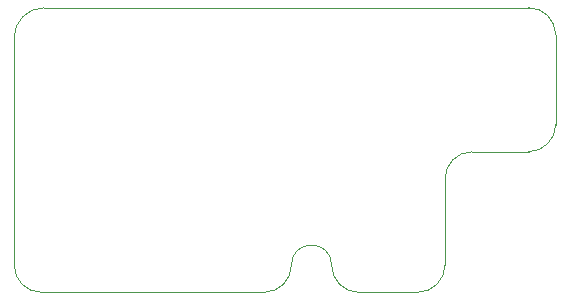
<source format=gbr>
%TF.GenerationSoftware,KiCad,Pcbnew,(6.99.0-4502-gf1556ed801-dirty)*%
%TF.CreationDate,2022-12-17T23:41:16-05:00*%
%TF.ProjectId,siox,73696f78-2e6b-4696-9361-645f70636258,rev?*%
%TF.SameCoordinates,Original*%
%TF.FileFunction,Profile,NP*%
%FSLAX46Y46*%
G04 Gerber Fmt 4.6, Leading zero omitted, Abs format (unit mm)*
G04 Created by KiCad (PCBNEW (6.99.0-4502-gf1556ed801-dirty)) date 2022-12-17 23:41:16*
%MOMM*%
%LPD*%
G01*
G04 APERTURE LIST*
%TA.AperFunction,Profile*%
%ADD10C,0.100000*%
%TD*%
G04 APERTURE END LIST*
D10*
X126900000Y-61500000D02*
G75*
G03*
X124600000Y-63800000I0J-2300000D01*
G01*
X133973654Y-51600000D02*
X133973654Y-59200000D01*
X131673654Y-61499954D02*
G75*
G03*
X133973654Y-59200000I46J2299954D01*
G01*
X131673654Y-61500000D02*
X126900000Y-61500000D01*
X124600000Y-63800000D02*
X124600000Y-71100000D01*
X133973700Y-51600000D02*
G75*
G03*
X131673654Y-49300000I-2300000J0D01*
G01*
X90626346Y-49326346D02*
X131673654Y-49300000D01*
X122300000Y-73400000D02*
G75*
G03*
X124600000Y-71100000I0J2300000D01*
G01*
X88126346Y-51826346D02*
X88126346Y-71100000D01*
X115000000Y-71100000D02*
G75*
G03*
X111600000Y-71100000I-1700000J0D01*
G01*
X109300000Y-73400000D02*
G75*
G03*
X111600000Y-71100000I0J2300000D01*
G01*
X115000000Y-71100000D02*
G75*
G03*
X117300000Y-73400000I2300000J0D01*
G01*
X122300000Y-73400000D02*
X117300000Y-73400000D01*
X90626346Y-49326346D02*
G75*
G03*
X88126346Y-51826346I-46J-2499954D01*
G01*
X88126300Y-71100000D02*
G75*
G03*
X90426346Y-73400000I2300000J0D01*
G01*
X109300000Y-73400000D02*
X90426346Y-73400000D01*
M02*

</source>
